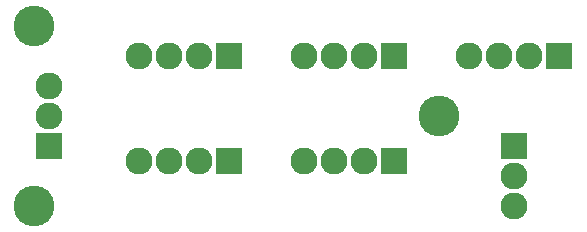
<source format=gbs>
G04 MADE WITH FRITZING*
G04 WWW.FRITZING.ORG*
G04 DOUBLE SIDED*
G04 HOLES PLATED*
G04 CONTOUR ON CENTER OF CONTOUR VECTOR*
%ASAXBY*%
%FSLAX23Y23*%
%MOIN*%
%OFA0B0*%
%SFA1.0B1.0*%
%ADD10C,0.090000*%
%ADD11C,0.135984*%
%ADD12R,0.090000X0.090000*%
%LNMASK0*%
G90*
G70*
G54D10*
X2020Y597D03*
X1920Y597D03*
X1820Y597D03*
X1720Y597D03*
X1470Y247D03*
X1370Y247D03*
X1270Y247D03*
X1170Y247D03*
X1470Y597D03*
X1370Y597D03*
X1270Y597D03*
X1170Y597D03*
X920Y247D03*
X820Y247D03*
X720Y247D03*
X620Y247D03*
X920Y597D03*
X820Y597D03*
X720Y597D03*
X620Y597D03*
X320Y297D03*
X320Y397D03*
X320Y497D03*
X1870Y297D03*
X1870Y197D03*
X1870Y97D03*
G54D11*
X1620Y397D03*
X270Y697D03*
X270Y97D03*
G54D12*
X2020Y597D03*
X1470Y247D03*
X1470Y597D03*
X920Y247D03*
X920Y597D03*
X320Y297D03*
X1870Y297D03*
G04 End of Mask0*
M02*
</source>
